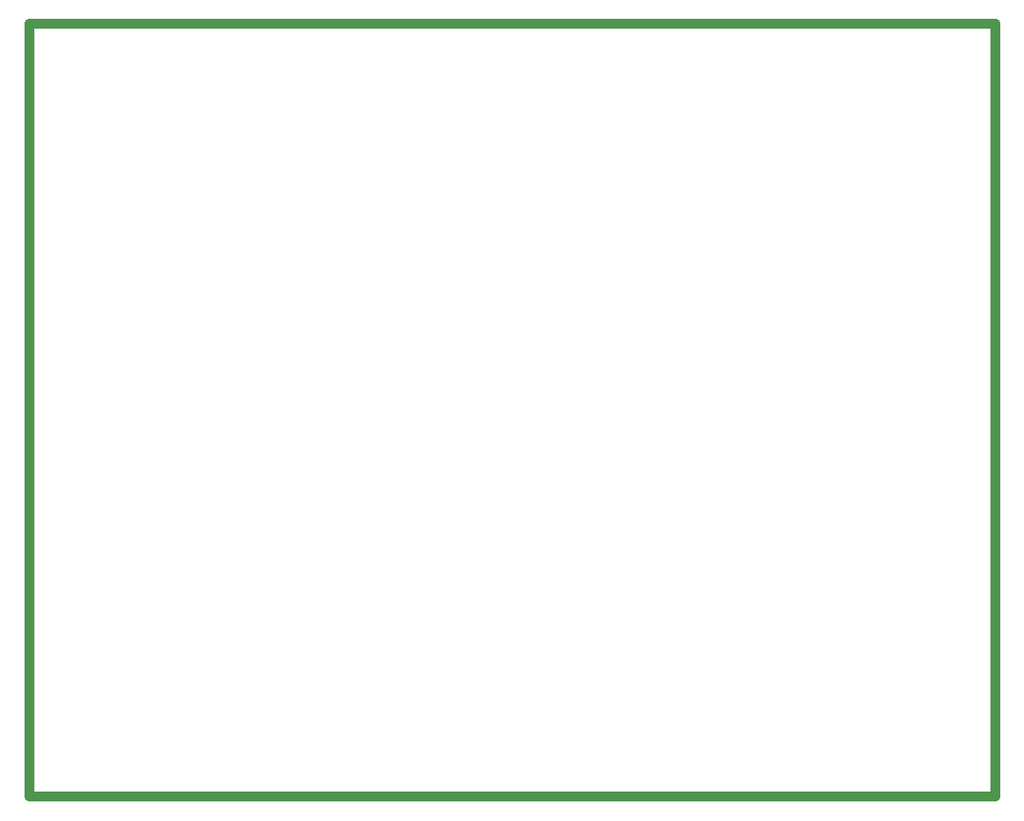
<source format=gko>
G04*
G04 #@! TF.GenerationSoftware,Altium Limited,Altium Designer,22.10.1 (41)*
G04*
G04 Layer_Color=16711935*
%FSLAX24Y24*%
%MOIN*%
G70*
G04*
G04 #@! TF.SameCoordinates,5266F301-D4F6-43A7-B3E8-B4584DB96D65*
G04*
G04*
G04 #@! TF.FilePolarity,Positive*
G04*
G01*
G75*
%ADD67C,0.0394*%
D67*
X12300Y12350D02*
Y43846D01*
X51670D01*
Y12350D02*
Y43846D01*
X12300Y12350D02*
X51670D01*
M02*

</source>
